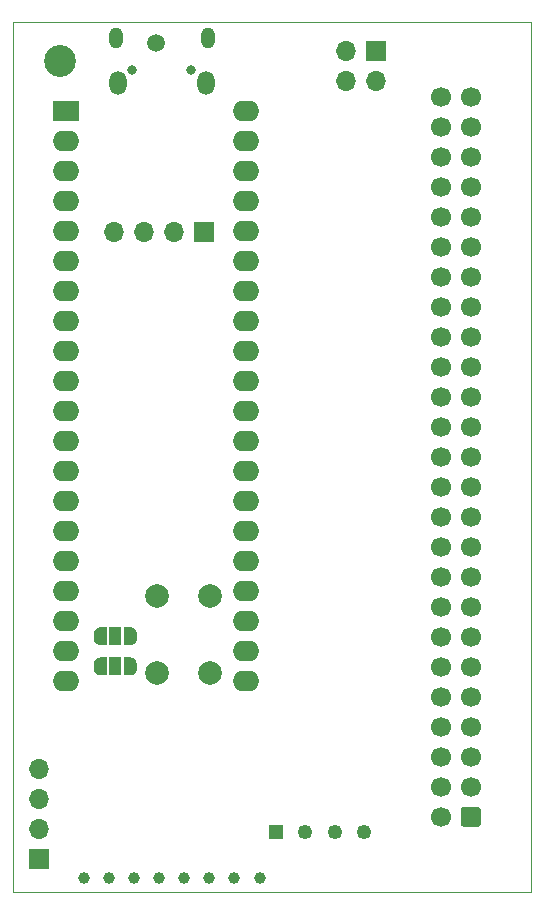
<source format=gbr>
%TF.GenerationSoftware,KiCad,Pcbnew,(5.1.7-0-10_14)*%
%TF.CreationDate,2021-05-27T20:48:50-05:00*%
%TF.ProjectId,bluepill_scsi,626c7565-7069-46c6-9c5f-736373692e6b,rev?*%
%TF.SameCoordinates,Original*%
%TF.FileFunction,Soldermask,Bot*%
%TF.FilePolarity,Negative*%
%FSLAX46Y46*%
G04 Gerber Fmt 4.6, Leading zero omitted, Abs format (unit mm)*
G04 Created by KiCad (PCBNEW (5.1.7-0-10_14)) date 2021-05-27 20:48:50*
%MOMM*%
%LPD*%
G01*
G04 APERTURE LIST*
%TA.AperFunction,Profile*%
%ADD10C,0.050000*%
%TD*%
%ADD11C,1.700000*%
%ADD12C,1.000000*%
%ADD13O,1.700000X1.700000*%
%ADD14R,1.700000X1.700000*%
%ADD15C,2.000000*%
%ADD16C,0.150000*%
%ADD17R,1.000000X1.500000*%
%ADD18C,1.500000*%
%ADD19O,0.800000X0.800000*%
%ADD20O,1.150000X1.800000*%
%ADD21O,1.450000X2.000000*%
%ADD22O,2.250000X1.727200*%
%ADD23R,2.250000X1.727200*%
%ADD24C,2.700000*%
%ADD25R,1.250000X1.250000*%
%ADD26C,1.250000*%
G04 APERTURE END LIST*
D10*
X71755000Y-149225000D02*
X71120000Y-149225000D01*
X71120000Y-147955000D02*
X71120000Y-149225000D01*
X114935000Y-149225000D02*
X71755000Y-149225000D01*
X114935000Y-147955000D02*
X114935000Y-149225000D01*
X114935000Y-75565000D02*
X71120000Y-75565000D01*
X114935000Y-147955000D02*
X114935000Y-75565000D01*
X71120000Y-147955000D02*
X71120000Y-75565000D01*
D11*
%TO.C,J5*%
X107315000Y-81915000D03*
X107315000Y-84455000D03*
X107315000Y-86995000D03*
X107315000Y-89535000D03*
X107315000Y-92075000D03*
X107315000Y-94615000D03*
X107315000Y-97155000D03*
X107315000Y-99695000D03*
X107315000Y-102235000D03*
X107315000Y-104775000D03*
X107315000Y-107315000D03*
X107315000Y-109855000D03*
X107315000Y-112395000D03*
X107315000Y-114935000D03*
X107315000Y-117475000D03*
X107315000Y-120015000D03*
X107315000Y-122555000D03*
X107315000Y-125095000D03*
X107315000Y-127635000D03*
X107315000Y-130175000D03*
X107315000Y-132715000D03*
X107315000Y-135255000D03*
X107315000Y-137795000D03*
X107315000Y-140335000D03*
X107315000Y-142875000D03*
X109855000Y-81915000D03*
X109855000Y-84455000D03*
X109855000Y-86995000D03*
X109855000Y-89535000D03*
X109855000Y-92075000D03*
X109855000Y-94615000D03*
X109855000Y-97155000D03*
X109855000Y-99695000D03*
X109855000Y-102235000D03*
X109855000Y-104775000D03*
X109855000Y-107315000D03*
X109855000Y-109855000D03*
X109855000Y-112395000D03*
X109855000Y-114935000D03*
X109855000Y-117475000D03*
X109855000Y-120015000D03*
X109855000Y-122555000D03*
X109855000Y-125095000D03*
X109855000Y-127635000D03*
X109855000Y-130175000D03*
X109855000Y-132715000D03*
X109855000Y-135255000D03*
X109855000Y-137795000D03*
X109855000Y-140335000D03*
G36*
G01*
X110705000Y-142275000D02*
X110705000Y-143475000D01*
G75*
G02*
X110455000Y-143725000I-250000J0D01*
G01*
X109255000Y-143725000D01*
G75*
G02*
X109005000Y-143475000I0J250000D01*
G01*
X109005000Y-142275000D01*
G75*
G02*
X109255000Y-142025000I250000J0D01*
G01*
X110455000Y-142025000D01*
G75*
G02*
X110705000Y-142275000I0J-250000D01*
G01*
G37*
%TD*%
D12*
%TO.C,TP13*%
X77089000Y-148005800D03*
%TD*%
%TO.C,TP12*%
X79215342Y-148005800D03*
%TD*%
%TO.C,TP11*%
X83468026Y-148005800D03*
%TD*%
%TO.C,TP10*%
X87720710Y-148005800D03*
%TD*%
%TO.C,TP9*%
X89847052Y-148005800D03*
%TD*%
%TO.C,TP8*%
X91973400Y-148005800D03*
%TD*%
%TO.C,TP7*%
X81341684Y-148005800D03*
%TD*%
%TO.C,TP6*%
X85594368Y-148005800D03*
%TD*%
D13*
%TO.C,J1*%
X99263200Y-80606900D03*
X99263200Y-78066900D03*
X101803200Y-80606900D03*
D14*
X101803200Y-78066900D03*
%TD*%
D15*
%TO.C,SW1*%
X87769700Y-130708400D03*
X83269700Y-130708400D03*
X87769700Y-124208400D03*
X83269700Y-124208400D03*
%TD*%
D16*
%TO.C,JP4*%
G36*
X80518200Y-126819900D02*
G01*
X81068200Y-126819900D01*
X81068200Y-126820502D01*
X81092734Y-126820502D01*
X81141565Y-126825312D01*
X81189690Y-126834884D01*
X81236645Y-126849128D01*
X81281978Y-126867905D01*
X81325251Y-126891036D01*
X81366050Y-126918296D01*
X81403979Y-126949424D01*
X81438676Y-126984121D01*
X81469804Y-127022050D01*
X81497064Y-127062849D01*
X81520195Y-127106122D01*
X81538972Y-127151455D01*
X81553216Y-127198410D01*
X81562788Y-127246535D01*
X81567598Y-127295366D01*
X81567598Y-127319900D01*
X81568200Y-127319900D01*
X81568200Y-127819900D01*
X81567598Y-127819900D01*
X81567598Y-127844434D01*
X81562788Y-127893265D01*
X81553216Y-127941390D01*
X81538972Y-127988345D01*
X81520195Y-128033678D01*
X81497064Y-128076951D01*
X81469804Y-128117750D01*
X81438676Y-128155679D01*
X81403979Y-128190376D01*
X81366050Y-128221504D01*
X81325251Y-128248764D01*
X81281978Y-128271895D01*
X81236645Y-128290672D01*
X81189690Y-128304916D01*
X81141565Y-128314488D01*
X81092734Y-128319298D01*
X81068200Y-128319298D01*
X81068200Y-128319900D01*
X80518200Y-128319900D01*
X80518200Y-126819900D01*
G37*
D17*
X79768200Y-127569900D03*
D16*
G36*
X78468200Y-128319298D02*
G01*
X78443666Y-128319298D01*
X78394835Y-128314488D01*
X78346710Y-128304916D01*
X78299755Y-128290672D01*
X78254422Y-128271895D01*
X78211149Y-128248764D01*
X78170350Y-128221504D01*
X78132421Y-128190376D01*
X78097724Y-128155679D01*
X78066596Y-128117750D01*
X78039336Y-128076951D01*
X78016205Y-128033678D01*
X77997428Y-127988345D01*
X77983184Y-127941390D01*
X77973612Y-127893265D01*
X77968802Y-127844434D01*
X77968802Y-127819900D01*
X77968200Y-127819900D01*
X77968200Y-127319900D01*
X77968802Y-127319900D01*
X77968802Y-127295366D01*
X77973612Y-127246535D01*
X77983184Y-127198410D01*
X77997428Y-127151455D01*
X78016205Y-127106122D01*
X78039336Y-127062849D01*
X78066596Y-127022050D01*
X78097724Y-126984121D01*
X78132421Y-126949424D01*
X78170350Y-126918296D01*
X78211149Y-126891036D01*
X78254422Y-126867905D01*
X78299755Y-126849128D01*
X78346710Y-126834884D01*
X78394835Y-126825312D01*
X78443666Y-126820502D01*
X78468200Y-126820502D01*
X78468200Y-126819900D01*
X79018200Y-126819900D01*
X79018200Y-128319900D01*
X78468200Y-128319900D01*
X78468200Y-128319298D01*
G37*
%TD*%
%TO.C,JP3*%
G36*
X80518200Y-129374200D02*
G01*
X81068200Y-129374200D01*
X81068200Y-129374802D01*
X81092734Y-129374802D01*
X81141565Y-129379612D01*
X81189690Y-129389184D01*
X81236645Y-129403428D01*
X81281978Y-129422205D01*
X81325251Y-129445336D01*
X81366050Y-129472596D01*
X81403979Y-129503724D01*
X81438676Y-129538421D01*
X81469804Y-129576350D01*
X81497064Y-129617149D01*
X81520195Y-129660422D01*
X81538972Y-129705755D01*
X81553216Y-129752710D01*
X81562788Y-129800835D01*
X81567598Y-129849666D01*
X81567598Y-129874200D01*
X81568200Y-129874200D01*
X81568200Y-130374200D01*
X81567598Y-130374200D01*
X81567598Y-130398734D01*
X81562788Y-130447565D01*
X81553216Y-130495690D01*
X81538972Y-130542645D01*
X81520195Y-130587978D01*
X81497064Y-130631251D01*
X81469804Y-130672050D01*
X81438676Y-130709979D01*
X81403979Y-130744676D01*
X81366050Y-130775804D01*
X81325251Y-130803064D01*
X81281978Y-130826195D01*
X81236645Y-130844972D01*
X81189690Y-130859216D01*
X81141565Y-130868788D01*
X81092734Y-130873598D01*
X81068200Y-130873598D01*
X81068200Y-130874200D01*
X80518200Y-130874200D01*
X80518200Y-129374200D01*
G37*
D17*
X79768200Y-130124200D03*
D16*
G36*
X78468200Y-130873598D02*
G01*
X78443666Y-130873598D01*
X78394835Y-130868788D01*
X78346710Y-130859216D01*
X78299755Y-130844972D01*
X78254422Y-130826195D01*
X78211149Y-130803064D01*
X78170350Y-130775804D01*
X78132421Y-130744676D01*
X78097724Y-130709979D01*
X78066596Y-130672050D01*
X78039336Y-130631251D01*
X78016205Y-130587978D01*
X77997428Y-130542645D01*
X77983184Y-130495690D01*
X77973612Y-130447565D01*
X77968802Y-130398734D01*
X77968802Y-130374200D01*
X77968200Y-130374200D01*
X77968200Y-129874200D01*
X77968802Y-129874200D01*
X77968802Y-129849666D01*
X77973612Y-129800835D01*
X77983184Y-129752710D01*
X77997428Y-129705755D01*
X78016205Y-129660422D01*
X78039336Y-129617149D01*
X78066596Y-129576350D01*
X78097724Y-129538421D01*
X78132421Y-129503724D01*
X78170350Y-129472596D01*
X78211149Y-129445336D01*
X78254422Y-129422205D01*
X78299755Y-129403428D01*
X78346710Y-129389184D01*
X78394835Y-129379612D01*
X78443666Y-129374802D01*
X78468200Y-129374802D01*
X78468200Y-129374200D01*
X79018200Y-129374200D01*
X79018200Y-130874200D01*
X78468200Y-130874200D01*
X78468200Y-130873598D01*
G37*
%TD*%
D18*
%TO.C,TP1*%
X83185000Y-77343000D03*
%TD*%
D13*
%TO.C,J8*%
X73279000Y-138811000D03*
X73279000Y-141351000D03*
X73279000Y-143891000D03*
D14*
X73279000Y-146431000D03*
%TD*%
D13*
%TO.C,J2*%
X79629000Y-93345000D03*
X82169000Y-93345000D03*
X84709000Y-93345000D03*
D14*
X87249000Y-93345000D03*
%TD*%
D19*
%TO.C,J3*%
X81193000Y-79667000D03*
X86193000Y-79667000D03*
D20*
X79818000Y-76917000D03*
X87568000Y-76917000D03*
D21*
X79968000Y-80717000D03*
X87418000Y-80717000D03*
%TD*%
D22*
%TO.C,U3*%
X90805000Y-83083400D03*
X90805000Y-85674200D03*
X90805000Y-88214200D03*
X90805000Y-90754200D03*
X90805000Y-93294200D03*
X90805000Y-95834200D03*
X90805000Y-98374200D03*
X90805000Y-100914200D03*
X90805000Y-103454200D03*
X90805000Y-105994200D03*
X90805000Y-108534200D03*
X90805000Y-111074200D03*
X90805000Y-113614200D03*
X90805000Y-116154200D03*
X90805000Y-118694200D03*
X90805000Y-121234200D03*
X90805000Y-123774200D03*
X90805000Y-126314200D03*
X90805000Y-128854200D03*
X90805000Y-131394200D03*
X75565000Y-131394200D03*
X75565000Y-128854200D03*
X75565000Y-126314200D03*
X75565000Y-123774200D03*
X75565000Y-121234200D03*
X75565000Y-118694200D03*
X75565000Y-116154200D03*
X75565000Y-113614200D03*
X75565000Y-111074200D03*
X75565000Y-108534200D03*
X75565000Y-105994200D03*
X75565000Y-103454200D03*
X75565000Y-100914200D03*
X75565000Y-98374200D03*
X75565000Y-95834200D03*
X75565000Y-93294200D03*
X75565000Y-90754200D03*
X75565000Y-88214200D03*
X75565000Y-85674200D03*
D23*
X75565000Y-83134200D03*
%TD*%
D24*
%TO.C,H1*%
X75057000Y-78867000D03*
%TD*%
D25*
%TO.C,J4*%
X93345000Y-144145000D03*
D26*
X95845000Y-144145000D03*
X98345000Y-144145000D03*
X100845000Y-144145000D03*
%TD*%
M02*

</source>
